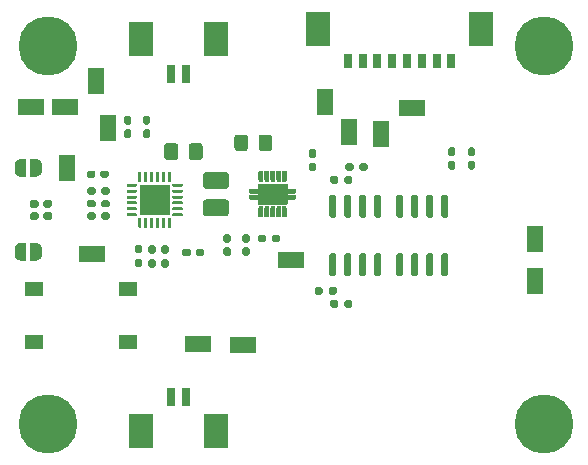
<source format=gbr>
%TF.GenerationSoftware,KiCad,Pcbnew,(5.1.12-1-10_14)*%
%TF.CreationDate,2022-02-15T12:54:36-08:00*%
%TF.ProjectId,g3_power,67335f70-6f77-4657-922e-6b696361645f,rev?*%
%TF.SameCoordinates,Original*%
%TF.FileFunction,Soldermask,Top*%
%TF.FilePolarity,Negative*%
%FSLAX46Y46*%
G04 Gerber Fmt 4.6, Leading zero omitted, Abs format (unit mm)*
G04 Created by KiCad (PCBNEW (5.1.12-1-10_14)) date 2022-02-15 12:54:36*
%MOMM*%
%LPD*%
G01*
G04 APERTURE LIST*
%ADD10R,1.400000X2.200000*%
%ADD11R,2.200000X1.400000*%
%ADD12C,0.100000*%
%ADD13C,5.000000*%
%ADD14C,0.300000*%
%ADD15C,0.300020*%
%ADD16C,0.420000*%
%ADD17R,2.600000X2.600000*%
%ADD18R,1.550000X1.300000*%
%ADD19R,0.800000X1.300000*%
%ADD20R,2.100000X3.000000*%
%ADD21R,0.800000X1.600000*%
G04 APERTURE END LIST*
D10*
%TO.C,TP104*%
X218025000Y-80900000D03*
%TD*%
%TO.C,TP115*%
X254200000Y-93900000D03*
%TD*%
D11*
%TO.C,TP114*%
X229500000Y-99300000D03*
%TD*%
%TO.C,TP113*%
X214400000Y-79100000D03*
%TD*%
%TO.C,TP112*%
X243800000Y-79200000D03*
%TD*%
%TO.C,TP111*%
X216725000Y-91600000D03*
%TD*%
D10*
%TO.C,TP110*%
X236450000Y-78700000D03*
%TD*%
%TO.C,TP109*%
X238450000Y-81250000D03*
%TD*%
%TO.C,TP108*%
X241175000Y-81450000D03*
%TD*%
D11*
%TO.C,TP107*%
X225700000Y-99200000D03*
%TD*%
D10*
%TO.C,TP106*%
X254200000Y-90300000D03*
%TD*%
D11*
%TO.C,TP105*%
X211550000Y-79100000D03*
%TD*%
D10*
%TO.C,TP103*%
X217075000Y-76950000D03*
%TD*%
%TO.C,TP102*%
X214625000Y-84325000D03*
%TD*%
D11*
%TO.C,TP101*%
X233525000Y-92075000D03*
%TD*%
D12*
%TO.C,JP1*%
G36*
X211150000Y-85025000D02*
G01*
X210650000Y-85025000D01*
X210650000Y-85024398D01*
X210625466Y-85024398D01*
X210576635Y-85019588D01*
X210528510Y-85010016D01*
X210481555Y-84995772D01*
X210436222Y-84976995D01*
X210392949Y-84953864D01*
X210352150Y-84926604D01*
X210314221Y-84895476D01*
X210279524Y-84860779D01*
X210248396Y-84822850D01*
X210221136Y-84782051D01*
X210198005Y-84738778D01*
X210179228Y-84693445D01*
X210164984Y-84646490D01*
X210155412Y-84598365D01*
X210150602Y-84549534D01*
X210150602Y-84525000D01*
X210150000Y-84525000D01*
X210150000Y-84025000D01*
X210150602Y-84025000D01*
X210150602Y-84000466D01*
X210155412Y-83951635D01*
X210164984Y-83903510D01*
X210179228Y-83856555D01*
X210198005Y-83811222D01*
X210221136Y-83767949D01*
X210248396Y-83727150D01*
X210279524Y-83689221D01*
X210314221Y-83654524D01*
X210352150Y-83623396D01*
X210392949Y-83596136D01*
X210436222Y-83573005D01*
X210481555Y-83554228D01*
X210528510Y-83539984D01*
X210576635Y-83530412D01*
X210625466Y-83525602D01*
X210650000Y-83525602D01*
X210650000Y-83525000D01*
X211150000Y-83525000D01*
X211150000Y-85025000D01*
G37*
G36*
X211950000Y-83525602D02*
G01*
X211974534Y-83525602D01*
X212023365Y-83530412D01*
X212071490Y-83539984D01*
X212118445Y-83554228D01*
X212163778Y-83573005D01*
X212207051Y-83596136D01*
X212247850Y-83623396D01*
X212285779Y-83654524D01*
X212320476Y-83689221D01*
X212351604Y-83727150D01*
X212378864Y-83767949D01*
X212401995Y-83811222D01*
X212420772Y-83856555D01*
X212435016Y-83903510D01*
X212444588Y-83951635D01*
X212449398Y-84000466D01*
X212449398Y-84025000D01*
X212450000Y-84025000D01*
X212450000Y-84525000D01*
X212449398Y-84525000D01*
X212449398Y-84549534D01*
X212444588Y-84598365D01*
X212435016Y-84646490D01*
X212420772Y-84693445D01*
X212401995Y-84738778D01*
X212378864Y-84782051D01*
X212351604Y-84822850D01*
X212320476Y-84860779D01*
X212285779Y-84895476D01*
X212247850Y-84926604D01*
X212207051Y-84953864D01*
X212163778Y-84976995D01*
X212118445Y-84995772D01*
X212071490Y-85010016D01*
X212023365Y-85019588D01*
X211974534Y-85024398D01*
X211950000Y-85024398D01*
X211950000Y-85025000D01*
X211450000Y-85025000D01*
X211450000Y-83525000D01*
X211950000Y-83525000D01*
X211950000Y-83525602D01*
G37*
%TD*%
%TO.C,C110*%
G36*
G01*
X247325000Y-83287500D02*
X247015000Y-83287500D01*
G75*
G02*
X246860000Y-83132500I0J155000D01*
G01*
X246860000Y-82707500D01*
G75*
G02*
X247015000Y-82552500I155000J0D01*
G01*
X247325000Y-82552500D01*
G75*
G02*
X247480000Y-82707500I0J-155000D01*
G01*
X247480000Y-83132500D01*
G75*
G02*
X247325000Y-83287500I-155000J0D01*
G01*
G37*
G36*
G01*
X247325000Y-84422500D02*
X247015000Y-84422500D01*
G75*
G02*
X246860000Y-84267500I0J155000D01*
G01*
X246860000Y-83842500D01*
G75*
G02*
X247015000Y-83687500I155000J0D01*
G01*
X247325000Y-83687500D01*
G75*
G02*
X247480000Y-83842500I0J-155000D01*
G01*
X247480000Y-84267500D01*
G75*
G02*
X247325000Y-84422500I-155000J0D01*
G01*
G37*
%TD*%
%TO.C,C109*%
G36*
G01*
X235525000Y-83440000D02*
X235215000Y-83440000D01*
G75*
G02*
X235060000Y-83285000I0J155000D01*
G01*
X235060000Y-82860000D01*
G75*
G02*
X235215000Y-82705000I155000J0D01*
G01*
X235525000Y-82705000D01*
G75*
G02*
X235680000Y-82860000I0J-155000D01*
G01*
X235680000Y-83285000D01*
G75*
G02*
X235525000Y-83440000I-155000J0D01*
G01*
G37*
G36*
G01*
X235525000Y-84575000D02*
X235215000Y-84575000D01*
G75*
G02*
X235060000Y-84420000I0J155000D01*
G01*
X235060000Y-83995000D01*
G75*
G02*
X235215000Y-83840000I155000J0D01*
G01*
X235525000Y-83840000D01*
G75*
G02*
X235680000Y-83995000I0J-155000D01*
G01*
X235680000Y-84420000D01*
G75*
G02*
X235525000Y-84575000I-155000J0D01*
G01*
G37*
%TD*%
%TO.C,C108*%
G36*
G01*
X248985000Y-83290000D02*
X248675000Y-83290000D01*
G75*
G02*
X248520000Y-83135000I0J155000D01*
G01*
X248520000Y-82710000D01*
G75*
G02*
X248675000Y-82555000I155000J0D01*
G01*
X248985000Y-82555000D01*
G75*
G02*
X249140000Y-82710000I0J-155000D01*
G01*
X249140000Y-83135000D01*
G75*
G02*
X248985000Y-83290000I-155000J0D01*
G01*
G37*
G36*
G01*
X248985000Y-84425000D02*
X248675000Y-84425000D01*
G75*
G02*
X248520000Y-84270000I0J155000D01*
G01*
X248520000Y-83845000D01*
G75*
G02*
X248675000Y-83690000I155000J0D01*
G01*
X248985000Y-83690000D01*
G75*
G02*
X249140000Y-83845000I0J-155000D01*
G01*
X249140000Y-84270000D01*
G75*
G02*
X248985000Y-84425000I-155000J0D01*
G01*
G37*
%TD*%
%TO.C,C107*%
G36*
G01*
X227985000Y-91017500D02*
X228295000Y-91017500D01*
G75*
G02*
X228450000Y-91172500I0J-155000D01*
G01*
X228450000Y-91597500D01*
G75*
G02*
X228295000Y-91752500I-155000J0D01*
G01*
X227985000Y-91752500D01*
G75*
G02*
X227830000Y-91597500I0J155000D01*
G01*
X227830000Y-91172500D01*
G75*
G02*
X227985000Y-91017500I155000J0D01*
G01*
G37*
G36*
G01*
X227985000Y-89882500D02*
X228295000Y-89882500D01*
G75*
G02*
X228450000Y-90037500I0J-155000D01*
G01*
X228450000Y-90462500D01*
G75*
G02*
X228295000Y-90617500I-155000J0D01*
G01*
X227985000Y-90617500D01*
G75*
G02*
X227830000Y-90462500I0J155000D01*
G01*
X227830000Y-90037500D01*
G75*
G02*
X227985000Y-89882500I155000J0D01*
G01*
G37*
%TD*%
%TO.C,C106*%
G36*
G01*
X229585000Y-91017500D02*
X229895000Y-91017500D01*
G75*
G02*
X230050000Y-91172500I0J-155000D01*
G01*
X230050000Y-91597500D01*
G75*
G02*
X229895000Y-91752500I-155000J0D01*
G01*
X229585000Y-91752500D01*
G75*
G02*
X229430000Y-91597500I0J155000D01*
G01*
X229430000Y-91172500D01*
G75*
G02*
X229585000Y-91017500I155000J0D01*
G01*
G37*
G36*
G01*
X229585000Y-89882500D02*
X229895000Y-89882500D01*
G75*
G02*
X230050000Y-90037500I0J-155000D01*
G01*
X230050000Y-90462500D01*
G75*
G02*
X229895000Y-90617500I-155000J0D01*
G01*
X229585000Y-90617500D01*
G75*
G02*
X229430000Y-90462500I0J155000D01*
G01*
X229430000Y-90037500D01*
G75*
G02*
X229585000Y-89882500I155000J0D01*
G01*
G37*
%TD*%
%TO.C,C105*%
G36*
G01*
X225482500Y-91605000D02*
X225482500Y-91295000D01*
G75*
G02*
X225637500Y-91140000I155000J0D01*
G01*
X226062500Y-91140000D01*
G75*
G02*
X226217500Y-91295000I0J-155000D01*
G01*
X226217500Y-91605000D01*
G75*
G02*
X226062500Y-91760000I-155000J0D01*
G01*
X225637500Y-91760000D01*
G75*
G02*
X225482500Y-91605000I0J155000D01*
G01*
G37*
G36*
G01*
X224347500Y-91605000D02*
X224347500Y-91295000D01*
G75*
G02*
X224502500Y-91140000I155000J0D01*
G01*
X224927500Y-91140000D01*
G75*
G02*
X225082500Y-91295000I0J-155000D01*
G01*
X225082500Y-91605000D01*
G75*
G02*
X224927500Y-91760000I-155000J0D01*
G01*
X224502500Y-91760000D01*
G75*
G02*
X224347500Y-91605000I0J155000D01*
G01*
G37*
%TD*%
%TO.C,C103*%
G36*
G01*
X221475000Y-80617500D02*
X221165000Y-80617500D01*
G75*
G02*
X221010000Y-80462500I0J155000D01*
G01*
X221010000Y-80037500D01*
G75*
G02*
X221165000Y-79882500I155000J0D01*
G01*
X221475000Y-79882500D01*
G75*
G02*
X221630000Y-80037500I0J-155000D01*
G01*
X221630000Y-80462500D01*
G75*
G02*
X221475000Y-80617500I-155000J0D01*
G01*
G37*
G36*
G01*
X221475000Y-81752500D02*
X221165000Y-81752500D01*
G75*
G02*
X221010000Y-81597500I0J155000D01*
G01*
X221010000Y-81172500D01*
G75*
G02*
X221165000Y-81017500I155000J0D01*
G01*
X221475000Y-81017500D01*
G75*
G02*
X221630000Y-81172500I0J-155000D01*
G01*
X221630000Y-81597500D01*
G75*
G02*
X221475000Y-81752500I-155000J0D01*
G01*
G37*
%TD*%
%TO.C,C102*%
G36*
G01*
X219875000Y-80617500D02*
X219565000Y-80617500D01*
G75*
G02*
X219410000Y-80462500I0J155000D01*
G01*
X219410000Y-80037500D01*
G75*
G02*
X219565000Y-79882500I155000J0D01*
G01*
X219875000Y-79882500D01*
G75*
G02*
X220030000Y-80037500I0J-155000D01*
G01*
X220030000Y-80462500D01*
G75*
G02*
X219875000Y-80617500I-155000J0D01*
G01*
G37*
G36*
G01*
X219875000Y-81752500D02*
X219565000Y-81752500D01*
G75*
G02*
X219410000Y-81597500I0J155000D01*
G01*
X219410000Y-81172500D01*
G75*
G02*
X219565000Y-81017500I155000J0D01*
G01*
X219875000Y-81017500D01*
G75*
G02*
X220030000Y-81172500I0J-155000D01*
G01*
X220030000Y-81597500D01*
G75*
G02*
X219875000Y-81752500I-155000J0D01*
G01*
G37*
%TD*%
%TO.C,C101*%
G36*
G01*
X216997500Y-84665000D02*
X216997500Y-84975000D01*
G75*
G02*
X216842500Y-85130000I-155000J0D01*
G01*
X216417500Y-85130000D01*
G75*
G02*
X216262500Y-84975000I0J155000D01*
G01*
X216262500Y-84665000D01*
G75*
G02*
X216417500Y-84510000I155000J0D01*
G01*
X216842500Y-84510000D01*
G75*
G02*
X216997500Y-84665000I0J-155000D01*
G01*
G37*
G36*
G01*
X218132500Y-84665000D02*
X218132500Y-84975000D01*
G75*
G02*
X217977500Y-85130000I-155000J0D01*
G01*
X217552500Y-85130000D01*
G75*
G02*
X217397500Y-84975000I0J155000D01*
G01*
X217397500Y-84665000D01*
G75*
G02*
X217552500Y-84510000I155000J0D01*
G01*
X217977500Y-84510000D01*
G75*
G02*
X218132500Y-84665000I0J-155000D01*
G01*
G37*
%TD*%
D13*
%TO.C,H104*%
X255000000Y-106000000D03*
%TD*%
%TO.C,H103*%
X213000000Y-106000000D03*
%TD*%
%TO.C,H102*%
X255000000Y-74000000D03*
%TD*%
%TO.C,H101*%
X213000000Y-74000000D03*
%TD*%
D14*
%TO.C,U102*%
X232750000Y-87000000D03*
D15*
X231250000Y-86000000D03*
X232750000Y-86000000D03*
X231250000Y-87000000D03*
G36*
G01*
X230870000Y-86110000D02*
X230870000Y-86390000D01*
G75*
G02*
X230800000Y-86460000I-70000J0D01*
G01*
X230100000Y-86460000D01*
G75*
G02*
X230030000Y-86390000I0J70000D01*
G01*
X230030000Y-86110000D01*
G75*
G02*
X230100000Y-86040000I70000J0D01*
G01*
X230800000Y-86040000D01*
G75*
G02*
X230870000Y-86110000I0J-70000D01*
G01*
G37*
D16*
X233000000Y-87690000D03*
X232500000Y-87690000D03*
X232000000Y-87690000D03*
X231500000Y-87690000D03*
G36*
G01*
X233210000Y-87685000D02*
X233210000Y-88395000D01*
G75*
G02*
X233140000Y-88465000I-70000J0D01*
G01*
X232860000Y-88465000D01*
G75*
G02*
X232790000Y-88395000I0J70000D01*
G01*
X232790000Y-87685000D01*
G75*
G02*
X232860000Y-87615000I70000J0D01*
G01*
X233140000Y-87615000D01*
G75*
G02*
X233210000Y-87685000I0J-70000D01*
G01*
G37*
G36*
G01*
X232710000Y-87685000D02*
X232710000Y-88395000D01*
G75*
G02*
X232640000Y-88465000I-70000J0D01*
G01*
X232360000Y-88465000D01*
G75*
G02*
X232290000Y-88395000I0J70000D01*
G01*
X232290000Y-87685000D01*
G75*
G02*
X232360000Y-87615000I70000J0D01*
G01*
X232640000Y-87615000D01*
G75*
G02*
X232710000Y-87685000I0J-70000D01*
G01*
G37*
G36*
G01*
X232210000Y-87685000D02*
X232210000Y-88395000D01*
G75*
G02*
X232140000Y-88465000I-70000J0D01*
G01*
X231860000Y-88465000D01*
G75*
G02*
X231790000Y-88395000I0J70000D01*
G01*
X231790000Y-87685000D01*
G75*
G02*
X231860000Y-87615000I70000J0D01*
G01*
X232140000Y-87615000D01*
G75*
G02*
X232210000Y-87685000I0J-70000D01*
G01*
G37*
G36*
G01*
X231710000Y-87685000D02*
X231710000Y-88395000D01*
G75*
G02*
X231640000Y-88465000I-70000J0D01*
G01*
X231360000Y-88465000D01*
G75*
G02*
X231290000Y-88395000I0J70000D01*
G01*
X231290000Y-87685000D01*
G75*
G02*
X231360000Y-87615000I70000J0D01*
G01*
X231640000Y-87615000D01*
G75*
G02*
X231710000Y-87685000I0J-70000D01*
G01*
G37*
X231000000Y-85310000D03*
X231500000Y-85310000D03*
X232000000Y-85310000D03*
X232500000Y-85310000D03*
G36*
G01*
X231210000Y-84605000D02*
X231210000Y-85315000D01*
G75*
G02*
X231140000Y-85385000I-70000J0D01*
G01*
X230860000Y-85385000D01*
G75*
G02*
X230790000Y-85315000I0J70000D01*
G01*
X230790000Y-84605000D01*
G75*
G02*
X230860000Y-84535000I70000J0D01*
G01*
X231140000Y-84535000D01*
G75*
G02*
X231210000Y-84605000I0J-70000D01*
G01*
G37*
G36*
G01*
X231710000Y-84605000D02*
X231710000Y-85315000D01*
G75*
G02*
X231640000Y-85385000I-70000J0D01*
G01*
X231360000Y-85385000D01*
G75*
G02*
X231290000Y-85315000I0J70000D01*
G01*
X231290000Y-84605000D01*
G75*
G02*
X231360000Y-84535000I70000J0D01*
G01*
X231640000Y-84535000D01*
G75*
G02*
X231710000Y-84605000I0J-70000D01*
G01*
G37*
G36*
G01*
X232210000Y-84605000D02*
X232210000Y-85315000D01*
G75*
G02*
X232140000Y-85385000I-70000J0D01*
G01*
X231860000Y-85385000D01*
G75*
G02*
X231790000Y-85315000I0J70000D01*
G01*
X231790000Y-84605000D01*
G75*
G02*
X231860000Y-84535000I70000J0D01*
G01*
X232140000Y-84535000D01*
G75*
G02*
X232210000Y-84605000I0J-70000D01*
G01*
G37*
G36*
G01*
X232710000Y-84605000D02*
X232710000Y-85315000D01*
G75*
G02*
X232640000Y-85385000I-70000J0D01*
G01*
X232360000Y-85385000D01*
G75*
G02*
X232290000Y-85315000I0J70000D01*
G01*
X232290000Y-84605000D01*
G75*
G02*
X232360000Y-84535000I70000J0D01*
G01*
X232640000Y-84535000D01*
G75*
G02*
X232710000Y-84605000I0J-70000D01*
G01*
G37*
G36*
G01*
X233210000Y-84605000D02*
X233210000Y-85315000D01*
G75*
G02*
X233140000Y-85385000I-70000J0D01*
G01*
X232860000Y-85385000D01*
G75*
G02*
X232790000Y-85315000I0J70000D01*
G01*
X232790000Y-84605000D01*
G75*
G02*
X232860000Y-84535000I70000J0D01*
G01*
X233140000Y-84535000D01*
G75*
G02*
X233210000Y-84605000I0J-70000D01*
G01*
G37*
X233000000Y-85310000D03*
G36*
G01*
X233270000Y-85675000D02*
X233270000Y-87325000D01*
G75*
G02*
X233200000Y-87395000I-70000J0D01*
G01*
X230800000Y-87395000D01*
G75*
G02*
X230730000Y-87325000I0J70000D01*
G01*
X230730000Y-85675000D01*
G75*
G02*
X230800000Y-85605000I70000J0D01*
G01*
X233200000Y-85605000D01*
G75*
G02*
X233270000Y-85675000I0J-70000D01*
G01*
G37*
G36*
G01*
X231210000Y-87685000D02*
X231210000Y-88395000D01*
G75*
G02*
X231140000Y-88465000I-70000J0D01*
G01*
X230860000Y-88465000D01*
G75*
G02*
X230790000Y-88395000I0J70000D01*
G01*
X230790000Y-87685000D01*
G75*
G02*
X230860000Y-87615000I70000J0D01*
G01*
X231140000Y-87615000D01*
G75*
G02*
X231210000Y-87685000I0J-70000D01*
G01*
G37*
X231000000Y-87690000D03*
G36*
G01*
X230870000Y-86610000D02*
X230870000Y-86890000D01*
G75*
G02*
X230800000Y-86960000I-70000J0D01*
G01*
X230100000Y-86960000D01*
G75*
G02*
X230030000Y-86890000I0J70000D01*
G01*
X230030000Y-86610000D01*
G75*
G02*
X230100000Y-86540000I70000J0D01*
G01*
X230800000Y-86540000D01*
G75*
G02*
X230870000Y-86610000I0J-70000D01*
G01*
G37*
G36*
G01*
X233970000Y-86610000D02*
X233970000Y-86890000D01*
G75*
G02*
X233900000Y-86960000I-70000J0D01*
G01*
X233200000Y-86960000D01*
G75*
G02*
X233130000Y-86890000I0J70000D01*
G01*
X233130000Y-86610000D01*
G75*
G02*
X233200000Y-86540000I70000J0D01*
G01*
X233900000Y-86540000D01*
G75*
G02*
X233970000Y-86610000I0J-70000D01*
G01*
G37*
G36*
G01*
X233970000Y-86110000D02*
X233970000Y-86390000D01*
G75*
G02*
X233900000Y-86460000I-70000J0D01*
G01*
X233200000Y-86460000D01*
G75*
G02*
X233130000Y-86390000I0J70000D01*
G01*
X233130000Y-86110000D01*
G75*
G02*
X233200000Y-86040000I70000J0D01*
G01*
X233900000Y-86040000D01*
G75*
G02*
X233970000Y-86110000I0J-70000D01*
G01*
G37*
%TD*%
%TO.C,U104*%
G36*
G01*
X246420000Y-91505000D02*
X246720000Y-91505000D01*
G75*
G02*
X246870000Y-91655000I0J-150000D01*
G01*
X246870000Y-93305000D01*
G75*
G02*
X246720000Y-93455000I-150000J0D01*
G01*
X246420000Y-93455000D01*
G75*
G02*
X246270000Y-93305000I0J150000D01*
G01*
X246270000Y-91655000D01*
G75*
G02*
X246420000Y-91505000I150000J0D01*
G01*
G37*
G36*
G01*
X245150000Y-91505000D02*
X245450000Y-91505000D01*
G75*
G02*
X245600000Y-91655000I0J-150000D01*
G01*
X245600000Y-93305000D01*
G75*
G02*
X245450000Y-93455000I-150000J0D01*
G01*
X245150000Y-93455000D01*
G75*
G02*
X245000000Y-93305000I0J150000D01*
G01*
X245000000Y-91655000D01*
G75*
G02*
X245150000Y-91505000I150000J0D01*
G01*
G37*
G36*
G01*
X243880000Y-91505000D02*
X244180000Y-91505000D01*
G75*
G02*
X244330000Y-91655000I0J-150000D01*
G01*
X244330000Y-93305000D01*
G75*
G02*
X244180000Y-93455000I-150000J0D01*
G01*
X243880000Y-93455000D01*
G75*
G02*
X243730000Y-93305000I0J150000D01*
G01*
X243730000Y-91655000D01*
G75*
G02*
X243880000Y-91505000I150000J0D01*
G01*
G37*
G36*
G01*
X242610000Y-91505000D02*
X242910000Y-91505000D01*
G75*
G02*
X243060000Y-91655000I0J-150000D01*
G01*
X243060000Y-93305000D01*
G75*
G02*
X242910000Y-93455000I-150000J0D01*
G01*
X242610000Y-93455000D01*
G75*
G02*
X242460000Y-93305000I0J150000D01*
G01*
X242460000Y-91655000D01*
G75*
G02*
X242610000Y-91505000I150000J0D01*
G01*
G37*
G36*
G01*
X242610000Y-86555000D02*
X242910000Y-86555000D01*
G75*
G02*
X243060000Y-86705000I0J-150000D01*
G01*
X243060000Y-88355000D01*
G75*
G02*
X242910000Y-88505000I-150000J0D01*
G01*
X242610000Y-88505000D01*
G75*
G02*
X242460000Y-88355000I0J150000D01*
G01*
X242460000Y-86705000D01*
G75*
G02*
X242610000Y-86555000I150000J0D01*
G01*
G37*
G36*
G01*
X243880000Y-86555000D02*
X244180000Y-86555000D01*
G75*
G02*
X244330000Y-86705000I0J-150000D01*
G01*
X244330000Y-88355000D01*
G75*
G02*
X244180000Y-88505000I-150000J0D01*
G01*
X243880000Y-88505000D01*
G75*
G02*
X243730000Y-88355000I0J150000D01*
G01*
X243730000Y-86705000D01*
G75*
G02*
X243880000Y-86555000I150000J0D01*
G01*
G37*
G36*
G01*
X245150000Y-86555000D02*
X245450000Y-86555000D01*
G75*
G02*
X245600000Y-86705000I0J-150000D01*
G01*
X245600000Y-88355000D01*
G75*
G02*
X245450000Y-88505000I-150000J0D01*
G01*
X245150000Y-88505000D01*
G75*
G02*
X245000000Y-88355000I0J150000D01*
G01*
X245000000Y-86705000D01*
G75*
G02*
X245150000Y-86555000I150000J0D01*
G01*
G37*
G36*
G01*
X246420000Y-86555000D02*
X246720000Y-86555000D01*
G75*
G02*
X246870000Y-86705000I0J-150000D01*
G01*
X246870000Y-88355000D01*
G75*
G02*
X246720000Y-88505000I-150000J0D01*
G01*
X246420000Y-88505000D01*
G75*
G02*
X246270000Y-88355000I0J150000D01*
G01*
X246270000Y-86705000D01*
G75*
G02*
X246420000Y-86555000I150000J0D01*
G01*
G37*
%TD*%
%TO.C,U103*%
G36*
G01*
X240755000Y-91500000D02*
X241055000Y-91500000D01*
G75*
G02*
X241205000Y-91650000I0J-150000D01*
G01*
X241205000Y-93300000D01*
G75*
G02*
X241055000Y-93450000I-150000J0D01*
G01*
X240755000Y-93450000D01*
G75*
G02*
X240605000Y-93300000I0J150000D01*
G01*
X240605000Y-91650000D01*
G75*
G02*
X240755000Y-91500000I150000J0D01*
G01*
G37*
G36*
G01*
X239485000Y-91500000D02*
X239785000Y-91500000D01*
G75*
G02*
X239935000Y-91650000I0J-150000D01*
G01*
X239935000Y-93300000D01*
G75*
G02*
X239785000Y-93450000I-150000J0D01*
G01*
X239485000Y-93450000D01*
G75*
G02*
X239335000Y-93300000I0J150000D01*
G01*
X239335000Y-91650000D01*
G75*
G02*
X239485000Y-91500000I150000J0D01*
G01*
G37*
G36*
G01*
X238215000Y-91500000D02*
X238515000Y-91500000D01*
G75*
G02*
X238665000Y-91650000I0J-150000D01*
G01*
X238665000Y-93300000D01*
G75*
G02*
X238515000Y-93450000I-150000J0D01*
G01*
X238215000Y-93450000D01*
G75*
G02*
X238065000Y-93300000I0J150000D01*
G01*
X238065000Y-91650000D01*
G75*
G02*
X238215000Y-91500000I150000J0D01*
G01*
G37*
G36*
G01*
X236945000Y-91500000D02*
X237245000Y-91500000D01*
G75*
G02*
X237395000Y-91650000I0J-150000D01*
G01*
X237395000Y-93300000D01*
G75*
G02*
X237245000Y-93450000I-150000J0D01*
G01*
X236945000Y-93450000D01*
G75*
G02*
X236795000Y-93300000I0J150000D01*
G01*
X236795000Y-91650000D01*
G75*
G02*
X236945000Y-91500000I150000J0D01*
G01*
G37*
G36*
G01*
X236945000Y-86550000D02*
X237245000Y-86550000D01*
G75*
G02*
X237395000Y-86700000I0J-150000D01*
G01*
X237395000Y-88350000D01*
G75*
G02*
X237245000Y-88500000I-150000J0D01*
G01*
X236945000Y-88500000D01*
G75*
G02*
X236795000Y-88350000I0J150000D01*
G01*
X236795000Y-86700000D01*
G75*
G02*
X236945000Y-86550000I150000J0D01*
G01*
G37*
G36*
G01*
X238215000Y-86550000D02*
X238515000Y-86550000D01*
G75*
G02*
X238665000Y-86700000I0J-150000D01*
G01*
X238665000Y-88350000D01*
G75*
G02*
X238515000Y-88500000I-150000J0D01*
G01*
X238215000Y-88500000D01*
G75*
G02*
X238065000Y-88350000I0J150000D01*
G01*
X238065000Y-86700000D01*
G75*
G02*
X238215000Y-86550000I150000J0D01*
G01*
G37*
G36*
G01*
X239485000Y-86550000D02*
X239785000Y-86550000D01*
G75*
G02*
X239935000Y-86700000I0J-150000D01*
G01*
X239935000Y-88350000D01*
G75*
G02*
X239785000Y-88500000I-150000J0D01*
G01*
X239485000Y-88500000D01*
G75*
G02*
X239335000Y-88350000I0J150000D01*
G01*
X239335000Y-86700000D01*
G75*
G02*
X239485000Y-86550000I150000J0D01*
G01*
G37*
G36*
G01*
X240755000Y-86550000D02*
X241055000Y-86550000D01*
G75*
G02*
X241205000Y-86700000I0J-150000D01*
G01*
X241205000Y-88350000D01*
G75*
G02*
X241055000Y-88500000I-150000J0D01*
G01*
X240755000Y-88500000D01*
G75*
G02*
X240605000Y-88350000I0J150000D01*
G01*
X240605000Y-86700000D01*
G75*
G02*
X240755000Y-86550000I150000J0D01*
G01*
G37*
%TD*%
D17*
%TO.C,U101*%
X222000000Y-87000000D03*
G36*
G01*
X220625000Y-85437500D02*
X220625000Y-84687500D01*
G75*
G02*
X220687500Y-84625000I62500J0D01*
G01*
X220812500Y-84625000D01*
G75*
G02*
X220875000Y-84687500I0J-62500D01*
G01*
X220875000Y-85437500D01*
G75*
G02*
X220812500Y-85500000I-62500J0D01*
G01*
X220687500Y-85500000D01*
G75*
G02*
X220625000Y-85437500I0J62500D01*
G01*
G37*
G36*
G01*
X221125000Y-85437500D02*
X221125000Y-84687500D01*
G75*
G02*
X221187500Y-84625000I62500J0D01*
G01*
X221312500Y-84625000D01*
G75*
G02*
X221375000Y-84687500I0J-62500D01*
G01*
X221375000Y-85437500D01*
G75*
G02*
X221312500Y-85500000I-62500J0D01*
G01*
X221187500Y-85500000D01*
G75*
G02*
X221125000Y-85437500I0J62500D01*
G01*
G37*
G36*
G01*
X221625000Y-85437500D02*
X221625000Y-84687500D01*
G75*
G02*
X221687500Y-84625000I62500J0D01*
G01*
X221812500Y-84625000D01*
G75*
G02*
X221875000Y-84687500I0J-62500D01*
G01*
X221875000Y-85437500D01*
G75*
G02*
X221812500Y-85500000I-62500J0D01*
G01*
X221687500Y-85500000D01*
G75*
G02*
X221625000Y-85437500I0J62500D01*
G01*
G37*
G36*
G01*
X222125000Y-85437500D02*
X222125000Y-84687500D01*
G75*
G02*
X222187500Y-84625000I62500J0D01*
G01*
X222312500Y-84625000D01*
G75*
G02*
X222375000Y-84687500I0J-62500D01*
G01*
X222375000Y-85437500D01*
G75*
G02*
X222312500Y-85500000I-62500J0D01*
G01*
X222187500Y-85500000D01*
G75*
G02*
X222125000Y-85437500I0J62500D01*
G01*
G37*
G36*
G01*
X222625000Y-85437500D02*
X222625000Y-84687500D01*
G75*
G02*
X222687500Y-84625000I62500J0D01*
G01*
X222812500Y-84625000D01*
G75*
G02*
X222875000Y-84687500I0J-62500D01*
G01*
X222875000Y-85437500D01*
G75*
G02*
X222812500Y-85500000I-62500J0D01*
G01*
X222687500Y-85500000D01*
G75*
G02*
X222625000Y-85437500I0J62500D01*
G01*
G37*
G36*
G01*
X223125000Y-85437500D02*
X223125000Y-84687500D01*
G75*
G02*
X223187500Y-84625000I62500J0D01*
G01*
X223312500Y-84625000D01*
G75*
G02*
X223375000Y-84687500I0J-62500D01*
G01*
X223375000Y-85437500D01*
G75*
G02*
X223312500Y-85500000I-62500J0D01*
G01*
X223187500Y-85500000D01*
G75*
G02*
X223125000Y-85437500I0J62500D01*
G01*
G37*
G36*
G01*
X223500000Y-85812500D02*
X223500000Y-85687500D01*
G75*
G02*
X223562500Y-85625000I62500J0D01*
G01*
X224312500Y-85625000D01*
G75*
G02*
X224375000Y-85687500I0J-62500D01*
G01*
X224375000Y-85812500D01*
G75*
G02*
X224312500Y-85875000I-62500J0D01*
G01*
X223562500Y-85875000D01*
G75*
G02*
X223500000Y-85812500I0J62500D01*
G01*
G37*
G36*
G01*
X223500000Y-86312500D02*
X223500000Y-86187500D01*
G75*
G02*
X223562500Y-86125000I62500J0D01*
G01*
X224312500Y-86125000D01*
G75*
G02*
X224375000Y-86187500I0J-62500D01*
G01*
X224375000Y-86312500D01*
G75*
G02*
X224312500Y-86375000I-62500J0D01*
G01*
X223562500Y-86375000D01*
G75*
G02*
X223500000Y-86312500I0J62500D01*
G01*
G37*
G36*
G01*
X223500000Y-86812500D02*
X223500000Y-86687500D01*
G75*
G02*
X223562500Y-86625000I62500J0D01*
G01*
X224312500Y-86625000D01*
G75*
G02*
X224375000Y-86687500I0J-62500D01*
G01*
X224375000Y-86812500D01*
G75*
G02*
X224312500Y-86875000I-62500J0D01*
G01*
X223562500Y-86875000D01*
G75*
G02*
X223500000Y-86812500I0J62500D01*
G01*
G37*
G36*
G01*
X223500000Y-87312500D02*
X223500000Y-87187500D01*
G75*
G02*
X223562500Y-87125000I62500J0D01*
G01*
X224312500Y-87125000D01*
G75*
G02*
X224375000Y-87187500I0J-62500D01*
G01*
X224375000Y-87312500D01*
G75*
G02*
X224312500Y-87375000I-62500J0D01*
G01*
X223562500Y-87375000D01*
G75*
G02*
X223500000Y-87312500I0J62500D01*
G01*
G37*
G36*
G01*
X223500000Y-87812500D02*
X223500000Y-87687500D01*
G75*
G02*
X223562500Y-87625000I62500J0D01*
G01*
X224312500Y-87625000D01*
G75*
G02*
X224375000Y-87687500I0J-62500D01*
G01*
X224375000Y-87812500D01*
G75*
G02*
X224312500Y-87875000I-62500J0D01*
G01*
X223562500Y-87875000D01*
G75*
G02*
X223500000Y-87812500I0J62500D01*
G01*
G37*
G36*
G01*
X223500000Y-88312500D02*
X223500000Y-88187500D01*
G75*
G02*
X223562500Y-88125000I62500J0D01*
G01*
X224312500Y-88125000D01*
G75*
G02*
X224375000Y-88187500I0J-62500D01*
G01*
X224375000Y-88312500D01*
G75*
G02*
X224312500Y-88375000I-62500J0D01*
G01*
X223562500Y-88375000D01*
G75*
G02*
X223500000Y-88312500I0J62500D01*
G01*
G37*
G36*
G01*
X223125000Y-89312500D02*
X223125000Y-88562500D01*
G75*
G02*
X223187500Y-88500000I62500J0D01*
G01*
X223312500Y-88500000D01*
G75*
G02*
X223375000Y-88562500I0J-62500D01*
G01*
X223375000Y-89312500D01*
G75*
G02*
X223312500Y-89375000I-62500J0D01*
G01*
X223187500Y-89375000D01*
G75*
G02*
X223125000Y-89312500I0J62500D01*
G01*
G37*
G36*
G01*
X222625000Y-89312500D02*
X222625000Y-88562500D01*
G75*
G02*
X222687500Y-88500000I62500J0D01*
G01*
X222812500Y-88500000D01*
G75*
G02*
X222875000Y-88562500I0J-62500D01*
G01*
X222875000Y-89312500D01*
G75*
G02*
X222812500Y-89375000I-62500J0D01*
G01*
X222687500Y-89375000D01*
G75*
G02*
X222625000Y-89312500I0J62500D01*
G01*
G37*
G36*
G01*
X222125000Y-89312500D02*
X222125000Y-88562500D01*
G75*
G02*
X222187500Y-88500000I62500J0D01*
G01*
X222312500Y-88500000D01*
G75*
G02*
X222375000Y-88562500I0J-62500D01*
G01*
X222375000Y-89312500D01*
G75*
G02*
X222312500Y-89375000I-62500J0D01*
G01*
X222187500Y-89375000D01*
G75*
G02*
X222125000Y-89312500I0J62500D01*
G01*
G37*
G36*
G01*
X221625000Y-89312500D02*
X221625000Y-88562500D01*
G75*
G02*
X221687500Y-88500000I62500J0D01*
G01*
X221812500Y-88500000D01*
G75*
G02*
X221875000Y-88562500I0J-62500D01*
G01*
X221875000Y-89312500D01*
G75*
G02*
X221812500Y-89375000I-62500J0D01*
G01*
X221687500Y-89375000D01*
G75*
G02*
X221625000Y-89312500I0J62500D01*
G01*
G37*
G36*
G01*
X221125000Y-89312500D02*
X221125000Y-88562500D01*
G75*
G02*
X221187500Y-88500000I62500J0D01*
G01*
X221312500Y-88500000D01*
G75*
G02*
X221375000Y-88562500I0J-62500D01*
G01*
X221375000Y-89312500D01*
G75*
G02*
X221312500Y-89375000I-62500J0D01*
G01*
X221187500Y-89375000D01*
G75*
G02*
X221125000Y-89312500I0J62500D01*
G01*
G37*
G36*
G01*
X220625000Y-89312500D02*
X220625000Y-88562500D01*
G75*
G02*
X220687500Y-88500000I62500J0D01*
G01*
X220812500Y-88500000D01*
G75*
G02*
X220875000Y-88562500I0J-62500D01*
G01*
X220875000Y-89312500D01*
G75*
G02*
X220812500Y-89375000I-62500J0D01*
G01*
X220687500Y-89375000D01*
G75*
G02*
X220625000Y-89312500I0J62500D01*
G01*
G37*
G36*
G01*
X219625000Y-88312500D02*
X219625000Y-88187500D01*
G75*
G02*
X219687500Y-88125000I62500J0D01*
G01*
X220437500Y-88125000D01*
G75*
G02*
X220500000Y-88187500I0J-62500D01*
G01*
X220500000Y-88312500D01*
G75*
G02*
X220437500Y-88375000I-62500J0D01*
G01*
X219687500Y-88375000D01*
G75*
G02*
X219625000Y-88312500I0J62500D01*
G01*
G37*
G36*
G01*
X219625000Y-87812500D02*
X219625000Y-87687500D01*
G75*
G02*
X219687500Y-87625000I62500J0D01*
G01*
X220437500Y-87625000D01*
G75*
G02*
X220500000Y-87687500I0J-62500D01*
G01*
X220500000Y-87812500D01*
G75*
G02*
X220437500Y-87875000I-62500J0D01*
G01*
X219687500Y-87875000D01*
G75*
G02*
X219625000Y-87812500I0J62500D01*
G01*
G37*
G36*
G01*
X219625000Y-87312500D02*
X219625000Y-87187500D01*
G75*
G02*
X219687500Y-87125000I62500J0D01*
G01*
X220437500Y-87125000D01*
G75*
G02*
X220500000Y-87187500I0J-62500D01*
G01*
X220500000Y-87312500D01*
G75*
G02*
X220437500Y-87375000I-62500J0D01*
G01*
X219687500Y-87375000D01*
G75*
G02*
X219625000Y-87312500I0J62500D01*
G01*
G37*
G36*
G01*
X219625000Y-86812500D02*
X219625000Y-86687500D01*
G75*
G02*
X219687500Y-86625000I62500J0D01*
G01*
X220437500Y-86625000D01*
G75*
G02*
X220500000Y-86687500I0J-62500D01*
G01*
X220500000Y-86812500D01*
G75*
G02*
X220437500Y-86875000I-62500J0D01*
G01*
X219687500Y-86875000D01*
G75*
G02*
X219625000Y-86812500I0J62500D01*
G01*
G37*
G36*
G01*
X219625000Y-86312500D02*
X219625000Y-86187500D01*
G75*
G02*
X219687500Y-86125000I62500J0D01*
G01*
X220437500Y-86125000D01*
G75*
G02*
X220500000Y-86187500I0J-62500D01*
G01*
X220500000Y-86312500D01*
G75*
G02*
X220437500Y-86375000I-62500J0D01*
G01*
X219687500Y-86375000D01*
G75*
G02*
X219625000Y-86312500I0J62500D01*
G01*
G37*
G36*
G01*
X219625000Y-85812500D02*
X219625000Y-85687500D01*
G75*
G02*
X219687500Y-85625000I62500J0D01*
G01*
X220437500Y-85625000D01*
G75*
G02*
X220500000Y-85687500I0J-62500D01*
G01*
X220500000Y-85812500D01*
G75*
G02*
X220437500Y-85875000I-62500J0D01*
G01*
X219687500Y-85875000D01*
G75*
G02*
X219625000Y-85812500I0J62500D01*
G01*
G37*
%TD*%
D18*
%TO.C,SW101*%
X211800000Y-94500000D03*
X219750000Y-94500000D03*
X211800000Y-99000000D03*
X219750000Y-99000000D03*
%TD*%
%TO.C,R110*%
G36*
G01*
X238040000Y-95960000D02*
X238040000Y-95640000D01*
G75*
G02*
X238200000Y-95480000I160000J0D01*
G01*
X238595000Y-95480000D01*
G75*
G02*
X238755000Y-95640000I0J-160000D01*
G01*
X238755000Y-95960000D01*
G75*
G02*
X238595000Y-96120000I-160000J0D01*
G01*
X238200000Y-96120000D01*
G75*
G02*
X238040000Y-95960000I0J160000D01*
G01*
G37*
G36*
G01*
X236845000Y-95960000D02*
X236845000Y-95640000D01*
G75*
G02*
X237005000Y-95480000I160000J0D01*
G01*
X237400000Y-95480000D01*
G75*
G02*
X237560000Y-95640000I0J-160000D01*
G01*
X237560000Y-95960000D01*
G75*
G02*
X237400000Y-96120000I-160000J0D01*
G01*
X237005000Y-96120000D01*
G75*
G02*
X236845000Y-95960000I0J160000D01*
G01*
G37*
%TD*%
%TO.C,R109*%
G36*
G01*
X236742500Y-94860000D02*
X236742500Y-94540000D01*
G75*
G02*
X236902500Y-94380000I160000J0D01*
G01*
X237297500Y-94380000D01*
G75*
G02*
X237457500Y-94540000I0J-160000D01*
G01*
X237457500Y-94860000D01*
G75*
G02*
X237297500Y-95020000I-160000J0D01*
G01*
X236902500Y-95020000D01*
G75*
G02*
X236742500Y-94860000I0J160000D01*
G01*
G37*
G36*
G01*
X235547500Y-94860000D02*
X235547500Y-94540000D01*
G75*
G02*
X235707500Y-94380000I160000J0D01*
G01*
X236102500Y-94380000D01*
G75*
G02*
X236262500Y-94540000I0J-160000D01*
G01*
X236262500Y-94860000D01*
G75*
G02*
X236102500Y-95020000I-160000J0D01*
G01*
X235707500Y-95020000D01*
G75*
G02*
X235547500Y-94860000I0J160000D01*
G01*
G37*
%TD*%
%TO.C,R108*%
G36*
G01*
X239340000Y-84360000D02*
X239340000Y-84040000D01*
G75*
G02*
X239500000Y-83880000I160000J0D01*
G01*
X239895000Y-83880000D01*
G75*
G02*
X240055000Y-84040000I0J-160000D01*
G01*
X240055000Y-84360000D01*
G75*
G02*
X239895000Y-84520000I-160000J0D01*
G01*
X239500000Y-84520000D01*
G75*
G02*
X239340000Y-84360000I0J160000D01*
G01*
G37*
G36*
G01*
X238145000Y-84360000D02*
X238145000Y-84040000D01*
G75*
G02*
X238305000Y-83880000I160000J0D01*
G01*
X238700000Y-83880000D01*
G75*
G02*
X238860000Y-84040000I0J-160000D01*
G01*
X238860000Y-84360000D01*
G75*
G02*
X238700000Y-84520000I-160000J0D01*
G01*
X238305000Y-84520000D01*
G75*
G02*
X238145000Y-84360000I0J160000D01*
G01*
G37*
%TD*%
%TO.C,R107*%
G36*
G01*
X238042500Y-85460000D02*
X238042500Y-85140000D01*
G75*
G02*
X238202500Y-84980000I160000J0D01*
G01*
X238597500Y-84980000D01*
G75*
G02*
X238757500Y-85140000I0J-160000D01*
G01*
X238757500Y-85460000D01*
G75*
G02*
X238597500Y-85620000I-160000J0D01*
G01*
X238202500Y-85620000D01*
G75*
G02*
X238042500Y-85460000I0J160000D01*
G01*
G37*
G36*
G01*
X236847500Y-85460000D02*
X236847500Y-85140000D01*
G75*
G02*
X237007500Y-84980000I160000J0D01*
G01*
X237402500Y-84980000D01*
G75*
G02*
X237562500Y-85140000I0J-160000D01*
G01*
X237562500Y-85460000D01*
G75*
G02*
X237402500Y-85620000I-160000J0D01*
G01*
X237007500Y-85620000D01*
G75*
G02*
X236847500Y-85460000I0J160000D01*
G01*
G37*
%TD*%
%TO.C,R106*%
G36*
G01*
X231927500Y-90420000D02*
X231927500Y-90100000D01*
G75*
G02*
X232087500Y-89940000I160000J0D01*
G01*
X232482500Y-89940000D01*
G75*
G02*
X232642500Y-90100000I0J-160000D01*
G01*
X232642500Y-90420000D01*
G75*
G02*
X232482500Y-90580000I-160000J0D01*
G01*
X232087500Y-90580000D01*
G75*
G02*
X231927500Y-90420000I0J160000D01*
G01*
G37*
G36*
G01*
X230732500Y-90420000D02*
X230732500Y-90100000D01*
G75*
G02*
X230892500Y-89940000I160000J0D01*
G01*
X231287500Y-89940000D01*
G75*
G02*
X231447500Y-90100000I0J-160000D01*
G01*
X231447500Y-90420000D01*
G75*
G02*
X231287500Y-90580000I-160000J0D01*
G01*
X230892500Y-90580000D01*
G75*
G02*
X230732500Y-90420000I0J160000D01*
G01*
G37*
%TD*%
%TO.C,R105*%
G36*
G01*
X217492500Y-86400000D02*
X217492500Y-86080000D01*
G75*
G02*
X217652500Y-85920000I160000J0D01*
G01*
X218047500Y-85920000D01*
G75*
G02*
X218207500Y-86080000I0J-160000D01*
G01*
X218207500Y-86400000D01*
G75*
G02*
X218047500Y-86560000I-160000J0D01*
G01*
X217652500Y-86560000D01*
G75*
G02*
X217492500Y-86400000I0J160000D01*
G01*
G37*
G36*
G01*
X216297500Y-86400000D02*
X216297500Y-86080000D01*
G75*
G02*
X216457500Y-85920000I160000J0D01*
G01*
X216852500Y-85920000D01*
G75*
G02*
X217012500Y-86080000I0J-160000D01*
G01*
X217012500Y-86400000D01*
G75*
G02*
X216852500Y-86560000I-160000J0D01*
G01*
X216457500Y-86560000D01*
G75*
G02*
X216297500Y-86400000I0J160000D01*
G01*
G37*
%TD*%
%TO.C,R104*%
G36*
G01*
X220800000Y-91520000D02*
X220480000Y-91520000D01*
G75*
G02*
X220320000Y-91360000I0J160000D01*
G01*
X220320000Y-90965000D01*
G75*
G02*
X220480000Y-90805000I160000J0D01*
G01*
X220800000Y-90805000D01*
G75*
G02*
X220960000Y-90965000I0J-160000D01*
G01*
X220960000Y-91360000D01*
G75*
G02*
X220800000Y-91520000I-160000J0D01*
G01*
G37*
G36*
G01*
X220800000Y-92715000D02*
X220480000Y-92715000D01*
G75*
G02*
X220320000Y-92555000I0J160000D01*
G01*
X220320000Y-92160000D01*
G75*
G02*
X220480000Y-92000000I160000J0D01*
G01*
X220800000Y-92000000D01*
G75*
G02*
X220960000Y-92160000I0J-160000D01*
G01*
X220960000Y-92555000D01*
G75*
G02*
X220800000Y-92715000I-160000J0D01*
G01*
G37*
%TD*%
%TO.C,R103*%
G36*
G01*
X221620000Y-92020000D02*
X221940000Y-92020000D01*
G75*
G02*
X222100000Y-92180000I0J-160000D01*
G01*
X222100000Y-92575000D01*
G75*
G02*
X221940000Y-92735000I-160000J0D01*
G01*
X221620000Y-92735000D01*
G75*
G02*
X221460000Y-92575000I0J160000D01*
G01*
X221460000Y-92180000D01*
G75*
G02*
X221620000Y-92020000I160000J0D01*
G01*
G37*
G36*
G01*
X221620000Y-90825000D02*
X221940000Y-90825000D01*
G75*
G02*
X222100000Y-90985000I0J-160000D01*
G01*
X222100000Y-91380000D01*
G75*
G02*
X221940000Y-91540000I-160000J0D01*
G01*
X221620000Y-91540000D01*
G75*
G02*
X221460000Y-91380000I0J160000D01*
G01*
X221460000Y-90985000D01*
G75*
G02*
X221620000Y-90825000I160000J0D01*
G01*
G37*
%TD*%
%TO.C,R102*%
G36*
G01*
X223030000Y-91557500D02*
X222710000Y-91557500D01*
G75*
G02*
X222550000Y-91397500I0J160000D01*
G01*
X222550000Y-91002500D01*
G75*
G02*
X222710000Y-90842500I160000J0D01*
G01*
X223030000Y-90842500D01*
G75*
G02*
X223190000Y-91002500I0J-160000D01*
G01*
X223190000Y-91397500D01*
G75*
G02*
X223030000Y-91557500I-160000J0D01*
G01*
G37*
G36*
G01*
X223030000Y-92752500D02*
X222710000Y-92752500D01*
G75*
G02*
X222550000Y-92592500I0J160000D01*
G01*
X222550000Y-92197500D01*
G75*
G02*
X222710000Y-92037500I160000J0D01*
G01*
X223030000Y-92037500D01*
G75*
G02*
X223190000Y-92197500I0J-160000D01*
G01*
X223190000Y-92592500D01*
G75*
G02*
X223030000Y-92752500I-160000J0D01*
G01*
G37*
%TD*%
%TO.C,R101*%
G36*
G01*
X217492500Y-87470000D02*
X217492500Y-87150000D01*
G75*
G02*
X217652500Y-86990000I160000J0D01*
G01*
X218047500Y-86990000D01*
G75*
G02*
X218207500Y-87150000I0J-160000D01*
G01*
X218207500Y-87470000D01*
G75*
G02*
X218047500Y-87630000I-160000J0D01*
G01*
X217652500Y-87630000D01*
G75*
G02*
X217492500Y-87470000I0J160000D01*
G01*
G37*
G36*
G01*
X216297500Y-87470000D02*
X216297500Y-87150000D01*
G75*
G02*
X216457500Y-86990000I160000J0D01*
G01*
X216852500Y-86990000D01*
G75*
G02*
X217012500Y-87150000I0J-160000D01*
G01*
X217012500Y-87470000D01*
G75*
G02*
X216852500Y-87630000I-160000J0D01*
G01*
X216457500Y-87630000D01*
G75*
G02*
X216297500Y-87470000I0J160000D01*
G01*
G37*
%TD*%
%TO.C,R100*%
G36*
G01*
X217500000Y-88530000D02*
X217500000Y-88210000D01*
G75*
G02*
X217660000Y-88050000I160000J0D01*
G01*
X218055000Y-88050000D01*
G75*
G02*
X218215000Y-88210000I0J-160000D01*
G01*
X218215000Y-88530000D01*
G75*
G02*
X218055000Y-88690000I-160000J0D01*
G01*
X217660000Y-88690000D01*
G75*
G02*
X217500000Y-88530000I0J160000D01*
G01*
G37*
G36*
G01*
X216305000Y-88530000D02*
X216305000Y-88210000D01*
G75*
G02*
X216465000Y-88050000I160000J0D01*
G01*
X216860000Y-88050000D01*
G75*
G02*
X217020000Y-88210000I0J-160000D01*
G01*
X217020000Y-88530000D01*
G75*
G02*
X216860000Y-88690000I-160000J0D01*
G01*
X216465000Y-88690000D01*
G75*
G02*
X216305000Y-88530000I0J160000D01*
G01*
G37*
%TD*%
%TO.C,L102*%
G36*
G01*
X230815000Y-82610001D02*
X230815000Y-81709999D01*
G75*
G02*
X231064999Y-81460000I249999J0D01*
G01*
X231715001Y-81460000D01*
G75*
G02*
X231965000Y-81709999I0J-249999D01*
G01*
X231965000Y-82610001D01*
G75*
G02*
X231715001Y-82860000I-249999J0D01*
G01*
X231064999Y-82860000D01*
G75*
G02*
X230815000Y-82610001I0J249999D01*
G01*
G37*
G36*
G01*
X228765000Y-82610001D02*
X228765000Y-81709999D01*
G75*
G02*
X229014999Y-81460000I249999J0D01*
G01*
X229665001Y-81460000D01*
G75*
G02*
X229915000Y-81709999I0J-249999D01*
G01*
X229915000Y-82610001D01*
G75*
G02*
X229665001Y-82860000I-249999J0D01*
G01*
X229014999Y-82860000D01*
G75*
G02*
X228765000Y-82610001I0J249999D01*
G01*
G37*
%TD*%
%TO.C,L101*%
G36*
G01*
X226350000Y-86952500D02*
X228050000Y-86952500D01*
G75*
G02*
X228300000Y-87202500I0J-250000D01*
G01*
X228300000Y-88127500D01*
G75*
G02*
X228050000Y-88377500I-250000J0D01*
G01*
X226350000Y-88377500D01*
G75*
G02*
X226100000Y-88127500I0J250000D01*
G01*
X226100000Y-87202500D01*
G75*
G02*
X226350000Y-86952500I250000J0D01*
G01*
G37*
G36*
G01*
X226350000Y-84627500D02*
X228050000Y-84627500D01*
G75*
G02*
X228300000Y-84877500I0J-250000D01*
G01*
X228300000Y-85802500D01*
G75*
G02*
X228050000Y-86052500I-250000J0D01*
G01*
X226350000Y-86052500D01*
G75*
G02*
X226100000Y-85802500I0J250000D01*
G01*
X226100000Y-84877500D01*
G75*
G02*
X226350000Y-84627500I250000J0D01*
G01*
G37*
%TD*%
D12*
%TO.C,JP2*%
G36*
X211150000Y-92125000D02*
G01*
X210650000Y-92125000D01*
X210650000Y-92124398D01*
X210625466Y-92124398D01*
X210576635Y-92119588D01*
X210528510Y-92110016D01*
X210481555Y-92095772D01*
X210436222Y-92076995D01*
X210392949Y-92053864D01*
X210352150Y-92026604D01*
X210314221Y-91995476D01*
X210279524Y-91960779D01*
X210248396Y-91922850D01*
X210221136Y-91882051D01*
X210198005Y-91838778D01*
X210179228Y-91793445D01*
X210164984Y-91746490D01*
X210155412Y-91698365D01*
X210150602Y-91649534D01*
X210150602Y-91625000D01*
X210150000Y-91625000D01*
X210150000Y-91125000D01*
X210150602Y-91125000D01*
X210150602Y-91100466D01*
X210155412Y-91051635D01*
X210164984Y-91003510D01*
X210179228Y-90956555D01*
X210198005Y-90911222D01*
X210221136Y-90867949D01*
X210248396Y-90827150D01*
X210279524Y-90789221D01*
X210314221Y-90754524D01*
X210352150Y-90723396D01*
X210392949Y-90696136D01*
X210436222Y-90673005D01*
X210481555Y-90654228D01*
X210528510Y-90639984D01*
X210576635Y-90630412D01*
X210625466Y-90625602D01*
X210650000Y-90625602D01*
X210650000Y-90625000D01*
X211150000Y-90625000D01*
X211150000Y-92125000D01*
G37*
G36*
X211950000Y-90625602D02*
G01*
X211974534Y-90625602D01*
X212023365Y-90630412D01*
X212071490Y-90639984D01*
X212118445Y-90654228D01*
X212163778Y-90673005D01*
X212207051Y-90696136D01*
X212247850Y-90723396D01*
X212285779Y-90754524D01*
X212320476Y-90789221D01*
X212351604Y-90827150D01*
X212378864Y-90867949D01*
X212401995Y-90911222D01*
X212420772Y-90956555D01*
X212435016Y-91003510D01*
X212444588Y-91051635D01*
X212449398Y-91100466D01*
X212449398Y-91125000D01*
X212450000Y-91125000D01*
X212450000Y-91625000D01*
X212449398Y-91625000D01*
X212449398Y-91649534D01*
X212444588Y-91698365D01*
X212435016Y-91746490D01*
X212420772Y-91793445D01*
X212401995Y-91838778D01*
X212378864Y-91882051D01*
X212351604Y-91922850D01*
X212320476Y-91960779D01*
X212285779Y-91995476D01*
X212247850Y-92026604D01*
X212207051Y-92053864D01*
X212163778Y-92076995D01*
X212118445Y-92095772D01*
X212071490Y-92110016D01*
X212023365Y-92119588D01*
X211974534Y-92124398D01*
X211950000Y-92124398D01*
X211950000Y-92125000D01*
X211450000Y-92125000D01*
X211450000Y-90625000D01*
X211950000Y-90625000D01*
X211950000Y-90625602D01*
G37*
%TD*%
D19*
%TO.C,J103*%
X247125000Y-75258000D03*
X245875000Y-75258000D03*
X244625000Y-75258000D03*
X243375000Y-75258000D03*
X242125000Y-75258000D03*
X240875000Y-75258000D03*
X239625000Y-75258000D03*
X238375000Y-75258000D03*
D20*
X249675000Y-72508000D03*
X235825000Y-72508000D03*
%TD*%
D21*
%TO.C,J102*%
X223375000Y-103650000D03*
X224625000Y-103650000D03*
D20*
X220825000Y-106550000D03*
X227175000Y-106550000D03*
%TD*%
D21*
%TO.C,J101*%
X224625000Y-76300000D03*
X223375000Y-76300000D03*
D20*
X227175000Y-73400000D03*
X220825000Y-73400000D03*
%TD*%
%TO.C,D101*%
G36*
G01*
X212190000Y-87160000D02*
X212190000Y-87480000D01*
G75*
G02*
X212030000Y-87640000I-160000J0D01*
G01*
X211585000Y-87640000D01*
G75*
G02*
X211425000Y-87480000I0J160000D01*
G01*
X211425000Y-87160000D01*
G75*
G02*
X211585000Y-87000000I160000J0D01*
G01*
X212030000Y-87000000D01*
G75*
G02*
X212190000Y-87160000I0J-160000D01*
G01*
G37*
G36*
G01*
X213335000Y-87160000D02*
X213335000Y-87480000D01*
G75*
G02*
X213175000Y-87640000I-160000J0D01*
G01*
X212730000Y-87640000D01*
G75*
G02*
X212570000Y-87480000I0J160000D01*
G01*
X212570000Y-87160000D01*
G75*
G02*
X212730000Y-87000000I160000J0D01*
G01*
X213175000Y-87000000D01*
G75*
G02*
X213335000Y-87160000I0J-160000D01*
G01*
G37*
%TD*%
%TO.C,D102*%
G36*
G01*
X212197500Y-88210000D02*
X212197500Y-88530000D01*
G75*
G02*
X212037500Y-88690000I-160000J0D01*
G01*
X211592500Y-88690000D01*
G75*
G02*
X211432500Y-88530000I0J160000D01*
G01*
X211432500Y-88210000D01*
G75*
G02*
X211592500Y-88050000I160000J0D01*
G01*
X212037500Y-88050000D01*
G75*
G02*
X212197500Y-88210000I0J-160000D01*
G01*
G37*
G36*
G01*
X213342500Y-88210000D02*
X213342500Y-88530000D01*
G75*
G02*
X213182500Y-88690000I-160000J0D01*
G01*
X212737500Y-88690000D01*
G75*
G02*
X212577500Y-88530000I0J160000D01*
G01*
X212577500Y-88210000D01*
G75*
G02*
X212737500Y-88050000I160000J0D01*
G01*
X213182500Y-88050000D01*
G75*
G02*
X213342500Y-88210000I0J-160000D01*
G01*
G37*
%TD*%
%TO.C,C104*%
G36*
G01*
X224897500Y-83375000D02*
X224897500Y-82425000D01*
G75*
G02*
X225147500Y-82175000I250000J0D01*
G01*
X225822500Y-82175000D01*
G75*
G02*
X226072500Y-82425000I0J-250000D01*
G01*
X226072500Y-83375000D01*
G75*
G02*
X225822500Y-83625000I-250000J0D01*
G01*
X225147500Y-83625000D01*
G75*
G02*
X224897500Y-83375000I0J250000D01*
G01*
G37*
G36*
G01*
X222822500Y-83375000D02*
X222822500Y-82425000D01*
G75*
G02*
X223072500Y-82175000I250000J0D01*
G01*
X223747500Y-82175000D01*
G75*
G02*
X223997500Y-82425000I0J-250000D01*
G01*
X223997500Y-83375000D01*
G75*
G02*
X223747500Y-83625000I-250000J0D01*
G01*
X223072500Y-83625000D01*
G75*
G02*
X222822500Y-83375000I0J250000D01*
G01*
G37*
%TD*%
M02*

</source>
